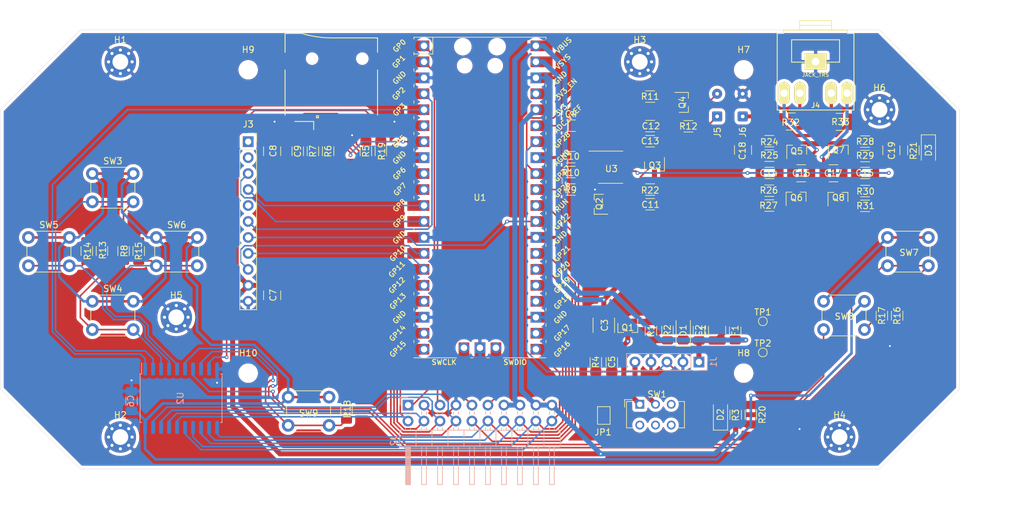
<source format=kicad_pcb>
(kicad_pcb (version 20211014) (generator pcbnew)
  (layers (0 "F.Cu" signal) (31 "B.Cu" signal) (34 "B.Paste" user) (35 "F.Paste" user) (36 "B.SilkS" user "B.Silkscreen") (37 "F.SilkS" user "F.Silkscreen") (38 "B.Mask" user) (39 "F.Mask" user) (44 "Edge.Cuts" user))
  (net 0 "")
  (net 1 "/BMCINV+")
  (net 2 "GND")
  (net 3 "VSYS")
  (net 4 "Net-(C4-Pad1)")
  (net 5 "Net-(C5-Pad1)")
  (net 6 "VCOR")
  (net 7 "Net-(C10-Pad1)")
  (net 8 "Net-(C11-Pad1)")
  (net 9 "VBUS")
  (net 10 "/BMCMON")
  (net 11 "Net-(J2-Pad1)")
  (net 12 "Net-(J2-Pad5)")
  (net 13 "/PIN_BUS_WR")
  (net 14 "/PIN_LCD_SCK")
  (net 15 "/PIN_LCD_TX")
  (net 16 "/PIN_LCD_RESET")
  (net 17 "/PIN_LCD_DC")
  (net 18 "/PIN_LCD_RX")
  (net 19 "/PIN_LCD_CS")
  (net 20 "/PIN_SDC_RX")
  (net 21 "/PIN_SDC_SCK")
  (net 22 "/PIN_SDC_TX")
  (net 23 "/PIN_SDC_CS")
  (net 24 "Net-(Q1-Pad1)")
  (net 25 "Net-(Q2-Pad1)")
  (net 26 "Net-(R4-Pad2)")
  (net 27 "Net-(D2-Pad2)")
  (net 28 "/BMCOUTV+")
  (net 29 "Net-(Q1-Pad3)")
  (net 30 "Net-(R5-Pad2)")
  (net 31 "Net-(R7-Pad2)")
  (net 32 "Net-(J2-Pad9)")
  (net 33 "Net-(J2-Pad11)")
  (net 34 "/PIN_BUS_D3")
  (net 35 "/PIN_BUS_D2")
  (net 36 "/PIN_BUS_D1")
  (net 37 "/PIN_BUS_D0")
  (net 38 "/KB_READ")
  (net 39 "/PIN_BUS_D7")
  (net 40 "/PIN_BUS_D6")
  (net 41 "/PIN_BUS_D5")
  (net 42 "/PIN_BUS_D4")
  (net 43 "Net-(J5-Pad2)")
  (net 44 "Net-(R8-Pad1)")
  (net 45 "Net-(J5-Pad1)")
  (net 46 "Net-(R13-Pad1)")
  (net 47 "Net-(R14-Pad1)")
  (net 48 "Net-(R15-Pad1)")
  (net 49 "Net-(R16-Pad1)")
  (net 50 "Net-(R17-Pad1)")
  (net 51 "Net-(R18-Pad1)")
  (net 52 "Net-(R19-Pad2)")
  (net 53 "/SND_L")
  (net 54 "/KB_CS")
  (net 55 "/SND_LFO")
  (net 56 "/VLP")
  (net 57 "Net-(C14-Pad1)")
  (net 58 "Net-(C14-Pad2)")
  (net 59 "Net-(C15-Pad2)")
  (net 60 "Net-(C16-Pad2)")
  (net 61 "Net-(C16-Pad1)")
  (net 62 "Net-(C17-Pad1)")
  (net 63 "Net-(C17-Pad2)")
  (net 64 "Net-(J4-Pad4)")
  (net 65 "Net-(J4-Pad5)")
  (net 66 "Net-(Q4-Pad1)")
  (net 67 "Net-(Q5-Pad1)")
  (net 68 "Net-(Q6-Pad1)")
  (net 69 "Net-(Q7-Pad1)")
  (net 70 "Net-(Q8-Pad1)")
  (net 71 "Net-(J6-Pad1)")
  (net 72 "Net-(U1-Pad37)")
  (net 73 "/VAMP")
  (net 74 "Net-(D3-Pad2)")
  (footprint "components:Conn_uSDcard" (layer "F.Cu") (at 102.578 54.572 180)
    (fp_text reference "XS1")
    (fp_text value "uSD")
  )
  (footprint "Resistor_SMD:R_1206_3216Metric_Pad1.30x1.75mm_HandSolder" (layer "F.Cu") (at 195.0848 69.1516 -90)
    (fp_text reference "R21")
    (fp_text value "1.2K")
  )
  (footprint "Button_Switch_THT:SW_PUSH_6mm_H4.3mm" (layer "F.Cu") (at 64.605 93.18)
    (fp_text reference "SW4")
    (fp_text value "D")
  )
  (footprint "Button_Switch_THT:SW_PUSH_6mm_H4.3mm" (layer "F.Cu") (at 64.605 72.86)
    (fp_text reference "SW3")
    (fp_text value "U")
  )
  (footprint "Resistor_SMD:R_1210_3225Metric" (layer "F.Cu") (at 175.5776 64.5796 180)
    (fp_text reference "R32")
    (fp_text value "0.25")
  )
  (footprint "Resistor_SMD:R_1206_3216Metric_Pad1.30x1.75mm_HandSolder" (layer "F.Cu") (at 187.414 75.6413)
    (fp_text reference "R30")
    (fp_text value "560")
  )
  (footprint "Resistor_SMD:R_1206_3216Metric_Pad1.30x1.75mm_HandSolder" (layer "F.Cu") (at 187.414 70.066 180)
    (fp_text reference "R29")
    (fp_text value "560")
  )
  (footprint "TestPoint:TestPoint_Pad_D1.0mm" (layer "F.Cu") (at 171.158 101.308)
    (fp_text reference "TP2")
    (fp_text value "Battery Voltage")
  )
  (footprint "Capacitor_SMD:C_1210_3225Metric_Pad1.33x2.70mm_HandSolder" (layer "F.Cu") (at 182.3848 72.8092 180)
    (fp_text reference "C17")
    (fp_text value "10µ")
  )
  (footprint "Resistor_SMD:R_1206_3216Metric_Pad1.30x1.75mm_HandSolder" (layer "F.Cu") (at 187.414 77.9908)
    (fp_text reference "R31")
    (fp_text value "1K")
  )
  (footprint "Resistor_SMD:R_1206_3216Metric_Pad1.30x1.75mm_HandSolder" (layer "F.Cu") (at 63.716 85.179 90)
    (fp_text reference "R14")
    (fp_text value "47K")
  )
  (footprint "Package_TO_SOT_SMD:SOT-23" (layer "F.Cu") (at 176.5428 69.1008 90)
    (fp_text reference "Q5")
    (fp_text value "BC848")
  )
  (footprint "Package_TO_SOT_SMD:SOT-23" (layer "F.Cu") (at 176.4412 76.5684 90)
    (fp_text reference "Q6")
    (fp_text value "BC858")
  )
  (footprint "Resistor_SMD:R_1206_3216Metric_Pad1.30x1.75mm_HandSolder" (layer "F.Cu") (at 192.494 95.466 -90)
    (fp_text reference "R16")
    (fp_text value "47K")
  )
  (footprint "Resistor_SMD:R_1206_3216Metric_Pad1.30x1.75mm_HandSolder" (layer "F.Cu") (at 69.558 85.179 -90)
    (fp_text reference "R8")
    (fp_text value "47K")
  )
  (footprint "Resistor_SMD:R_1206_3216Metric_Pad1.30x1.75mm_HandSolder" (layer "F.Cu") (at 66.129 85.179 90)
    (fp_text reference "R13")
    (fp_text value "47K")
  )
  (footprint "Resistor_SMD:R_1206_3216Metric_Pad1.30x1.75mm_HandSolder" (layer "F.Cu") (at 71.971 85.179 90)
    (fp_text reference "R15")
    (fp_text value "47K")
  )
  (footprint "Capacitor_SMD:C_1210_3225Metric_Pad1.33x2.70mm_HandSolder" (layer "F.Cu") (at 191.5796 69.1516 -90)
    (fp_text reference "C19")
    (fp_text value "47µ")
  )
  (footprint "Resistor_SMD:R_1206_3216Metric_Pad1.30x1.75mm_HandSolder" (layer "F.Cu") (at 190.081 95.466 -90)
    (fp_text reference "R17")
    (fp_text value "47K")
  )
  (footprint "Package_TO_SOT_SMD:SOT-23" (layer "F.Cu") (at 183.096 76.6192 90)
    (fp_text reference "Q8")
    (fp_text value "BC858")
  )
  (footprint "Package_TO_SOT_SMD:SOT-23" (layer "F.Cu") (at 183.1468 69.1008 90)
    (fp_text reference "Q7")
    (fp_text value "BC848")
  )
  (footprint "Resistor_SMD:R_1206_3216Metric_Pad1.30x1.75mm_HandSolder" (layer "F.Cu") (at 104.991 110.452 90)
    (fp_text reference "R18")
    (fp_text value "47K")
  )
  (footprint "Connector_Wire:SolderWire-0.1sqmm_1x02_P3.6mm_D0.4mm_OD1mm" (layer "F.Cu") (at 163.8936 63.7668 90)
    (fp_text reference "J5")
    (fp_text value "MOTOR")
  )
  (footprint "Resistor_SMD:R_1206_3216Metric_Pad1.30x1.75mm_HandSolder" (layer "F.Cu") (at 110.452 69.304 90)
    (fp_text reference "R19")
    (fp_text value "47K")
  )
  (footprint "Resistor_SMD:R_1206_3216Metric_Pad1.30x1.75mm_HandSolder" (layer "F.Cu") (at 169.253 111.214 -90)
    (fp_text reference "R20")
    (fp_text value "0R")
  )
  (footprint "LED_SMD:LED_1206_3216Metric_Pad1.42x1.75mm_HandSolder" (layer "F.Cu") (at 197.4724 69.1516 -90)
    (fp_text reference "D3")
    (fp_text value "LED")
  )
  (footprint "Capacitor_SMD:C_1206_3216Metric_Pad1.33x1.80mm_HandSolder" (layer "F.Cu") (at 153.251 77.7368)
    (fp_text reference "C11")
    (fp_text value "1µ")
  )
  (footprint "Capacitor_SMD:C_1206_3216Metric_Pad1.33x1.80mm_HandSolder" (layer "F.Cu") (at 140.6145 70.2565 180)
    (fp_text reference "C10")
    (fp_text value "10n")
  )
  (footprint "components:Tayda_3.5mm_stereo_TRS_jack_A-853" (layer "F.Cu") (at 179.54 56.6548)
    (fp_text reference "J4")
    (fp_text value "JACK_TRS")
  )
  (footprint "Package_TO_SOT_SMD:SOT-23" (layer "F.Cu") (at 153.9368 71.6916 -90)
    (fp_text reference "Q3")
    (fp_text value "IRLML6402")
  )
  (footprint "RPi_Pico:RPi_Pico_SMD_TH" (layer "F.Cu") (at 126.2 76.67)
    (fp_text reference "U1")
    (fp_text value "Pico")
  )
  (footprint "Resistor_SMD:R_1206_3216Metric_Pad1.30x1.75mm_HandSolder" (layer "F.Cu") (at 172.1867 75.5905 180)
    (fp_text reference "R26")
    (fp_text value "560")
  )
  (footprint "Package_TO_SOT_SMD:SOT-23" (layer "F.Cu") (at 149.695 97.371 -90)
    (fp_text reference "Q1")
    (fp_text value "IRLML6402")
  )
  (footprint "Resistor_SMD:R_1206_3216Metric_Pad1.30x1.75mm_HandSolder" (layer "F.Cu") (at 159.3216 65.3416)
    (fp_text reference "R12")
    (fp_text value "47")
  )
  (footprint "LED_SMD:LED_1206_3216Metric_Pad1.42x1.75mm_HandSolder" (layer "F.Cu") (at 164.427 111.214 90)
    (fp_text reference "D2")
    (fp_text value "LED")
  )
  (footprint "MountingHole:MountingHole_2.1mm" (layer "F.Cu") (at 168.11 56.35)
    (fp_text reference "H7")
    (fp_text value "MountingHole")
  )
  (footprint "MountingHole:MountingHole_2.5mm_Pad_Via" (layer "F.Cu") (at 189.7 62.7)
    (fp_text reference "H6")
    (fp_text value "MountingHole_Pad")
  )
  (footprint "Resistor_SMD:R_1206_3216Metric_Pad1.30x1.75mm_HandSolder" (layer "F.Cu") (at 102.07 69.304 90)
    (fp_text reference "R6")
    (fp_text value "100K")
  )
  (footprint "Resistor_SMD:R_1210_3225Metric" (layer "F.Cu") (at 183.5024 64.6304)
    (fp_text reference "R33")
    (fp_text value "0.25")
  )
  (footprint "Button_Switch_THT:SW_PUSH_6mm_H4.3mm" (layer "F.Cu") (at 190.97 83.02)
    (fp_text reference "SW7")
    (fp_text value "B")
  )
  (footprint "Resistor_SMD:R_1206_3216Metric_Pad1.30x1.75mm_HandSolder" (layer "F.Cu") (at 166.84 111.214 90)
    (fp_text reference "R3")
    (fp_text value "1.2K")
  )
  (footprint "Capacitor_SMD:C_1206_3216Metric_Pad1.33x1.80mm_HandSolder" (layer "F.Cu") (at 187.414 72.7584 180)
    (fp_text reference "C15")
    (fp_text value "1µ")
  )
  (footprint "Resistor_SMD:R_1206_3216Metric_Pad1.30x1.75mm_HandSolder" (layer "F.Cu") (at 153.251 75.4)
    (fp_text reference "R22")
    (fp_text value "100K")
  )
  (footprint "MountingHole:MountingHole_2.5mm_Pad_Via" (layer "F.Cu") (at 69.05 55.08)
    (fp_text reference "H1")
    (fp_text value "MountingHole_Pad")
  )
  (footprint "Capacitor_SMD:C_1206_3216Metric_Pad1.33x1.80mm_HandSolder" (layer "F.Cu") (at 147.155 102.832 90)
    (fp_text reference "C5")
    (fp_text value "100n")
  )
  (footprint "Resistor_SMD:R_1206_3216Metric_Pad1.30x1.75mm_HandSolder" (layer "F.Cu") (at 108.078 69.304 90)
    (fp_text reference "R5")
    (fp_text value "100K")
  )
  (footprint "Diode_SMD:D_1206_3216Metric_Pad1.42x1.75mm_HandSolder" (layer "F.Cu") (at 158.504 97.846 90)
    (fp_text reference "D1")
    (fp_text value "5.6V")
  )
  (footprint "Resistor_SMD:R_1206_3216Metric_Pad1.30x1.75mm_HandSolder" (layer "F.Cu") (at 153.251 60.6045 180)
    (fp_text reference "R11")
    (fp_text value "10K")
  )
  (footprint "Capacitor_SMD:C_1206_3216Metric_Pad1.33x1.80mm_HandSolder" (layer "F.Cu") (at 153.251 67.7165)
    (fp_text reference "C13")
    (fp_text value "100n")
  )
  (footprint "Fuse:Fuse_1206_3216Metric_Pad1.42x1.75mm_HandSolder" (layer "F.Cu") (at 166.766 97.846 -90)
    (fp_text reference "F1")
    (fp_text value "Polyfuse")
  )
  (footprint "MountingHole:MountingHole_2.1mm" (layer "F.Cu") (at 168.11 104.61)
    (fp_text reference "H8")
    (fp_text value "MountingHole")
  )
  (footprint "Connector_Wire:SolderWire-0.1sqmm_1x02_P3.6mm_D0.4mm_OD1mm" (layer "F.Cu") (at 167.9576 63.7668 90)
    (fp_text reference "J6")
    (fp_text value "SPEAKER")
  )
  (footprint "Button_Switch_THT:SW_CuK_JS202011CQN_DPDT_Straight" (layer "F.Cu") (at 151.6 109.563)
    (fp_text reference "SW1")
    (fp_text value "KlunkenSwitch")
  )
  (footprint "Connector_PinSocket_2.54mm:PinSocket_1x11_P2.54mm_Vertical" (layer "F.Cu") (at 89.37 67.78)
    (fp_text reference "J3")
    (fp_text value "2.8'' TFT LCD")
  )
  (footprint "Button_Switch_THT:SW_PUSH_6mm_H4.3mm" (layer "F.Cu") (at 74.765 83.02)
    (fp_text reference "SW6")
    (fp_text value "R")
  )
  (footprint "MountingHole:MountingHole_2.1mm" (layer "F.Cu") (at 89.37 56.35)
    (fp_text reference "H9")
    (fp_text value "MountingHole")
  )
  (footprint "Resistor_SMD:R_1206_3216Metric_Pad1.30x1.75mm_HandSolder" (layer "F.Cu") (at 153.378 97.879 90)
    (fp_text reference "R1")
    (fp_text value "10K")
  )
  (footprint "Button_Switch_THT:SW_PUSH_6mm_H4.3mm" (layer "F.Cu") (at 95.72 108.42)
    (fp_text reference "SW9")
    (fp_text value "SELECT")
  )
  (footprint "TestPoint:TestPoint_Pad_D1.0mm" (layer "F.Cu") (at 171.158 96.355)
    (fp_text reference "TP1")
    (fp_text value "USB Power")
  )
  (footprint "Package_SO:SOIC-8_3.9x4.9mm_P1.27mm" (layer "F.Cu") (at 146.9645 71.844)
    (fp_text reference "U3")
    (fp_text value "MCP601-xSN")
  )
  (footprint "Resistor_SMD:R_1206_3216Metric_Pad1.30x1.75mm_HandSolder" (layer "F.Cu") (at 172.1867 77.94 180)
    (fp_text reference "R27")
    (fp_text value "1K")
  )
  (footprint "Capacitor_SMD:C_1210_3225Metric_Pad1.33x2.70mm_HandSolder" (layer "F.Cu") (at 93.18 92.2148 -90)
    (fp_text reference "C7")
    (fp_text value "10µ")
  )
  (footprint "Capacitor_SMD:C_1812_4532Metric_Pad1.57x3.40mm_HandSolder" (layer "F.Cu") (at 145.885 96.99 -90)
    (fp_text reference "C3")
    (fp_text value "100µ")
  )
  (footprint "Capacitor_SMD:C_1206_3216Metric_Pad1.33x1.80mm_HandSolder" (layer "F.Cu") (at 153.251 65.3035)
    (fp_text reference "C12")
    (fp_text value "1µ")
  )
  (footprint "MountingHole:MountingHole_2.5mm_Pad_Via" (layer "F.Cu") (at 183.35 114.77)
    (fp_text reference "H4")
    (fp_text value "MountingHole_Pad")
  )
  (footprint "Resistor_SMD:R_1206_3216Metric_Pad1.30x1.75mm_HandSolder" (layer "F.Cu") (at 187.414 67.7673 180)
    (fp_text reference "R28")
    (fp_text value "1K")
  )
  (footprint "Resistor_SMD:R_1206_3216Metric_Pad1.30x1.75mm_HandSolder" (layer "F.Cu") (at 140.6145 75.4)
    (fp_text reference "R9")
    (fp_text value "10K")
  )
  (footprint "Capacitor_SMD:C_1210_3225Metric_Pad1.33x2.70mm_HandSolder" (layer "F.Cu") (at 93.18 69.304 -90)
    (fp_text reference "C8")
    (fp_text value "10µ")
  )
  (footprint "Jumper:SolderJumper-2_P1.3mm_Open_Pad1.0x1.5mm" (layer "F.Cu") (at 145.885 111.341 90)
    (fp_text reference "JP1")
    (fp_text value "RESET")
  )
  (footprint "MountingHole:MountingHole_2.5mm_Pad_Via" (layer "F.Cu") (at 77.94 95.72)
    (fp_text reference "H5")
    (fp_text value "MountingHole_Pad")
  )
  (footprint "Capacitor_SMD:C_1206_3216Metric_Pad1.33x1.80mm_HandSolder" (layer "F.Cu") (at 172.2248 72.7584)
    (fp_text reference "C14")
    (fp_text value "1µ")
  )
  (footprint "Capacitor_SMD:C_1206_3216Metric_Pad1.33x1.80mm_HandSolder" (layer "F.Cu") (at 140.678 65.24)
    (fp_text reference "C4")
    (fp_text value "100n")
  )
  (footprint "Resistor_SMD:R_1206_3216Metric_Pad1.30x1.75mm_HandSolder" (layer "F.Cu") (at 172.1867 70.0152)
    (fp_text reference "R25")
    (fp_text value "560")
  )
  (footprint "Resistor_SMD:R_1206_3216Metric_Pad1.30x1.75mm_HandSolder" (layer "F.Cu") (at 140.6145 72.606)
    (fp_text reference "R10")
    (fp_text value "2K")
  )
  (footprint "MountingHole:MountingHole_2.5mm_Pad_Via" (layer "F.Cu") (at 69.05 114.77)
    (fp_text reference "H2")
    (fp_text value "MountingHole_Pad")
  )
  (footprint "MountingHole:MountingHole_2.5mm_Pad_Via" (layer "F.Cu") (at 151.6 55.08)
    (fp_text reference "H3")
    (fp_text value "MountingHole_Pad")
  )
  (footprint "Resistor_SMD:R_1206_3216Metric_Pad1.30x1.75mm_HandSolder" (layer "F.Cu") (at 144.615 102.832 90)
    (fp_text reference "R4")
    (fp_text value "1K")
  )
  (footprint "Capacitor_SMD:C_1210_3225Metric_Pad1.33x2.70mm_HandSolder" (layer "F.Cu") (at 163.8936 97.8536 90)
    (fp_text reference "C1")
    (fp_text value "10µ")
  )
  (footprint "Resistor_SMD:R_1206_3216Metric_Pad1.30x1.75mm_HandSolder" (layer "F.Cu") (at 156.004 97.846 90)
    (fp_text reference "R2")
    (fp_text value "10K")
  )
  (footprint "Capacitor_SMD:C_1206_3216Metric_Pad1.33x1.80mm_HandSolder" (layer "F.Cu") (at 161.004 97.846 -90)
    (fp_text reference "C2")
    (fp_text value "100n")
  )
  (footprint "Package_TO_SOT_SMD:SOT-23" (layer "F.Cu") (at 145.123 77.7368 180)
    (fp_text reference "Q2")
    (fp_text value "IRLML2502")
  )
  (footprint "Package_TO_SOT_SMD:SOT-23" (layer "F.Cu") (at 158.5596 61.5316)
    (fp_text reference "Q4")
    (fp_text value "IRLML2502")
  )
  (footprint "Resistor_SMD:R_1206_3216Metric_Pad1.30x1.75mm_HandSolder" (layer "F.Cu") (at 172.1867 67.7165)
    (fp_text reference "R24")
    (fp_text value "1K")
  )
  (footprint "MountingHole:MountingHole_2.1mm" (layer "F.Cu") (at 89.37 104.61)
    (fp_text reference "H10")
    (fp_text value "MountingHole")
  )
  (footprint "Resistor_SMD:R_1206_3216Metric_Pad1.30x1.75mm_HandSolder" (layer "F.Cu") (at 99.657 69.304 90)
    (fp_text reference "R7")
    (fp_text value "100K")
  )
  (footprint "Button_Switch_THT:SW_PUSH_6mm_H4.3mm" (layer "F.Cu") (at 180.81 93.18)
    (fp_text reference "SW8")
    (fp_text value "A")
  )
  (footprint "Capacitor_SMD:C_1210_3225Metric_Pad1.33x2.70mm_HandSolder" (layer "F.Cu") (at 177.254 72.8092)
    (fp_text reference "C16")
    (fp_text value "10µ")
  )
  (footprint "Button_Switch_THT:SW_PUSH_6mm_H4.3mm" (layer "F.Cu") (at 54.445 83.02)
    (fp_text reference "SW5")
    (fp_text value "L")
  )
  (footprint "Capacitor_SMD:C_1206_3216Metric_Pad1.33x1.80mm_HandSolder" (layer "F.Cu") (at 97.244 69.304 -90)
    (fp_text reference "C9")
    (fp_text value "100n")
  )
  (footprint "Capacitor_SMD:C_1210_3225Metric_Pad1.33x2.70mm_HandSolder" (layer "F.Cu") (at 168.0084 69.1008 -90)
    (fp_text reference "C18")
    (fp_text value "47µ")
  )
  (footprint "Connector_PinHeader_2.54mm:PinHeader_2x10_P2.54mm_Horizontal" (layer "B.Cu") (at 114.77 109.69 -90)
    (fp_text reference "J2")
    (fp_text value "EXPANSION")
  )
  (footprint "Capacitor_SMD:C_1206_3216Metric_Pad1.33x1.80mm_HandSolder" (layer "B.Cu") (at 70.828 109.055 90)
    (fp_text reference "C6")
    (fp_text value "100n")
  )
  (footprint "Connector_PinHeader_2.54mm:PinHeader_1x05_P2.54mm_Vertical" (layer "B.Cu") (at 160.998 102.832 90)
    (fp_text reference "J1")
    (fp_text value "BMC")
  )
  (footprint "Package_SO:SOIC-20W_7.5x12.8mm_P1.27mm" (layer "B.Cu") (at 78.702 108.596 -90)
    (fp_text reference "U2")
    (fp_text value "74LS573")
  )
  (gr_line (start 62.7 50) (end 189.7 50) (layer "Edge.Cuts") (width 0.05))
  (gr_line (start 189.7 119.85) (end 62.7 119.85) (layer "Edge.Cuts") (width 0.05))
  (gr_line (start 50 107.15) (end 62.7 119.85) (layer "Edge.Cuts") (width 0.05))
  (gr_line (start 50 62.7) (end 62.7 50) (layer "Edge.Cuts") (width 0.05))
  (gr_line (start 189.7 50) (end 202.4 62.7) (layer "Edge.Cuts") (width 0.05))
  (gr_line (start 189.7 119.85) (end 202.4 107.15) (layer "Edge.Cuts") (width 0.05))
  (gr_line (start 50 107.15) (end 50 62.7) (layer "Edge.Cuts") (width 0.05))
  (gr_line (start 202.4 107.15) (end 202.4 62.7) (layer "Edge.Cuts") (width 0.05))
  (segment (start 153.091998 114.262002) (end 153.092 114.262) (width 0.25) (layer "F.Cu") (net 0))
  (segment (start 153.378 99.429) (end 155.971 99.429) (width 0.8) (layer "F.Cu") (net 1))
  (segment (start 155.971 99.429) (end 156.004 99.396) (width 0.8) (layer "F.Cu") (net 1))
  (segment (start 160.998 102.832) (end 160.998 99.4145) (width 0.8) (layer "F.Cu") (net 1))
  (segment (start 163.8936 99.4161) (end 163.8936 99.2309) (width 0.8) (layer "F.Cu") (net 1))
  (segment (start 163.8936 99.2309) (end 166.766 96.3585) (width 0.8) (layer "F.Cu") (net 1))
  (segment (start 161.004 99.4085) (end 163.886 99.4085) (width 0.8) (layer "F.Cu") (net 1))
  (segment (start 158.579 99.4085) (end 158.504 99.3335) (width 0.8) (layer "F.Cu") (net 1))
  (segment (start 160.998 99.4145) (end 161.004 99.4085) (width 0.8) (layer "F.Cu") (net 1))
  (segment (start 158.504 99.3335) (end 156.0665 99.3335) (width 0.8) (layer "F.Cu") (net 1))
  (segment (start 156.0665 99.3335) (end 156.004 99.396) (width 0.8) (layer "F.Cu") (net 1))
  (segment (start 163.886 99.4085) (end 163.8936 99.4161) (width 0.8) (layer "F.Cu") (net 1))
  (segment (start 163.411 99.4415) (end 163.683 99.4415) (width 0.8) (layer "F.Cu") (net 1))
  (segment (start 163.378 99.4085) (end 163.411 99.4415) (width 0.8) (layer "F.Cu") (net 1))
  (segment (start 166.766 96.3585) (end 171.1545 96.3585) (width 0.25) (layer "F.Cu") (net 1))
  (segment (start 171.1545 96.3585) (end 171.158 96.355) (width 0.8) (layer "F.Cu") (net 1))
  (segment (start 161.004 99.4085) (end 158.579 99.4085) (width 0.8) (layer "F.Cu") (net 1))
  (segment (start 122.39 109.69) (end 121.077001 111.002999) (width 0.254) (layer "F.Cu") (net 2))
  (segment (start 121.077001 111.002999) (end 118.622999 111.002999) (width 0.254) (layer "F.Cu") (net 2))
  (segment (start 118.622999 111.002999) (end 117.31 109.69) (width 0.254) (layer "F.Cu") (net 2))
  (segment (start 105.88 66.764) (end 105.88 65.074) (width 0.4) (layer "F.Cu") (net 2))
  (segment (start 105.88 65.074) (end 105.878 65.072) (width 0.4) (layer "F.Cu") (net 2))
  (via (at 84.417 106.134) (size 0.6) (drill 0.3) (layers "F.Cu" "B.Cu") (net 2))
  (via (at 70.828 105.753) (size 0.6) (drill 0.3) (layers "F.Cu" "B.Cu") (net 2))
  (via (at 144.4895 75.4) (size 0.6) (drill 0.3) (layers "F.Cu" "B.Cu") (net 2))
  (via (at 191.351 100.292) (size 0.6) (drill 0.3) (layers "F.Cu" "B.Cu") (net 2))
  (via (at 177 113.5) (size 0.6) (drill 0.3) (layers "F.Cu" "B.Cu") (net 2))
  (via (at 112.611 64.605) (size 0.6) (drill 0.3) (layers "F.Cu" "B.Cu") (net 2))
  (via (at 105.88 66.764) (size 0.6) (drill 0.3) (layers "F.Cu" "B.Cu") (net 2))
  (via (at 93.561 64.605) (size 0.6) (drill 0.3) (layers "F.Cu" "B.Cu") (net 2))
  (segment (start 145.885 94.8525) (end 145.885 92.926) (width 0.8) (layer "F.Cu") (net 3))
  (segment (start 145.885 94.8525) (end 147.2265 94.8525) (width 0.8) (layer "F.Cu") (net 3))
  (segment (start 147.2265 94.8525) (end 148.745 96.371) (width 0.8) (layer "F.Cu") (net 3))
  (segment (start 154.801 77.7243) (end 154.8135 77.7368) (width 0.8) (layer "F.Cu") (net 3))
  (segment (start 154.8135 78.1305) (end 154.8135 83.9975) (width 0.8) (layer "F.Cu") (net 3))
  (segment (start 154.8135 83.9975) (end 145.885 92.926) (width 0.8) (layer "F.Cu") (net 3))
  (segment (start 153.9368 72.6916) (end 153.9368 74.5358) (width 0.8) (layer "F.Cu") (net 3))
  (segment (start 153.9368 74.5358) (end 154.801 75.4) (width 0.8) (layer "F.Cu") (net 3))
  (segment (start 154.801 75.4) (end 154.801 77.7243) (width 0.8) (layer "F.Cu") (net 3))
  (via (at 145.885 92.926) (size 0.6) (drill 0.3) (layers "F.Cu" "B.Cu") (net 3))
  (segment (start 138.646 57.433919) (end 136.292081 55.08) (width 0.8) (layer "B.Cu") (net 3))
  (segment (start 136.292081 55.08) (end 135.09 55.08) (width 0.8) (layer "B.Cu") (net 3))
  (segment (start 141.694 92.926) (end 138.646 89.878) (width 0.8) (layer "B.Cu") (net 3))
  (segment (start 138.646 89.878) (end 138.646 57.433919) (width 0.8) (layer "B.Cu") (net 3))
  (segment (start 145.885 92.926) (end 141.694 92.926) (width 0.8) (layer "B.Cu") (net 3))
  (segment (start 135.09 65.24) (end 139.1155 65.24) (width 0.25) (layer "F.Cu") (net 4))
  (segment (start 144.615 104.382) (end 144.615 109.421) (width 0.25) (layer "F.Cu") (net 5))
  (segment (start 144.615 109.421) (end 145.885 110.691) (width 0.25) (layer "F.Cu") (net 5))
  (segment (start 144.615 104.382) (end 147.1425 104.382) (width 0.25) (layer "F.Cu") (net 5))
  (segment (start 147.1425 104.382) (end 147.155 104.3945) (width 0.25) (layer "F.Cu") (net 5))
  (segment (start 88.785998 65.494) (end 87.465 66.814998) (width 0.8) (layer "F.Cu") (net 6))
  (segment (start 87.465 66.814998) (end 87.465 88.735) (width 0.8) (layer "F.Cu") (net 6))
  (segment (start 87.465 88.735) (end 89.37 90.64) (width 0.8) (layer "F.Cu") (net 6))
  (segment (start 94.417043 117.437) (end 138.773 117.437) (width 0.8) (layer "F.Cu") (net 6))
  (segment (start 166.84 112.764) (end 169.253 112.764) (width 0.8) (layer "F.Cu") (net 6))
  (segment (start 108.078 70.854) (end 110.452 70.854) (width 0.8) (layer "F.Cu") (net 6))
  (segment (start 166.84 112.764) (end 166.84 114.135) (width 0.8) (layer "F.Cu") (net 6))
  (segment (start 103.678 65.072) (end 103.678 63.851998) (width 0.8) (layer "F.Cu") (net 6))
  (segment (start 90.9325 65.494) (end 93.18 67.7415) (width 0.8) (layer "F.Cu") (net 6))
  (segment (start 103.678 63.851998) (end 103.415002 63.589) (width 0.8) (layer "F.Cu") (net 6))
  (segment (start 89.37 90.64) (end 93.1677 90.64) (width 0.8) (layer "F.Cu") (net 6))
  (segment (start 93.1677 90.64) (end 93.18 90.6523) (width 0.8) (layer "F.Cu") (net 6))
  (segment (start 88.785998 65.494) (end 90.9325 65.494) (width 0.8) (layer "F.Cu") (net 6))
  (segment (start 138.773 117.437) (end 145.4024 117.437) (width 0.8) (layer "F.Cu") (net 6))
  (segment (start 86.895999 93.114001) (end 89.37 90.64) (width 0.8) (layer "F.Cu") (net 6))
  (segment (start 86.895999 109.915956) (end 86.895999 93.114001) (width 0.8) (layer "F.Cu") (net 6))
  (segment (start 94.417043 117.437) (end 86.895999 109.915956) (width 0.8) (layer "F.Cu") (net 6))
  (segment (start 108.078 70.854) (end 108.042999 70.889001) (width 0.8) (layer "F.Cu") (net 6))
  (segment (start 108.042999 70.889001) (end 102.105001 70.889001) (width 0.8) (layer "F.Cu") (net 6))
  (segment (start 97.244 67.7415) (end 97.244 68.441) (width 0.8) (layer "F.Cu") (net 6))
  (segment (start 97.244 68.441) (end 99.657 70.854) (width 0.8) (layer "F.Cu") (net 6))
  (segment (start 93.434 67.7415) (end 97.244 67.7415) (width 0.8) (layer "F.Cu") (net 6))
  (segment (start 102.105001 70.889001) (end 102.07 70.854) (width 0.8) (layer "F.Cu") (net 6))
  (segment (start 99.657 70.854) (end 102.07 70.854) (width 0.8) (layer "F.Cu") (net 6))
  (segment (start 98.387 63.589) (end 97.244 64.732) (width 0.8) (layer "F.Cu") (net 6))
  (segment (start 97.244 64.732) (end 97.244 67.7415) (width 0.8) (layer "F.Cu") (net 6))
  (segment (start 103.415002 63.589) (end 98.387 63.589) (width 0.8) (layer "F.Cu") (net 6))
  (via (at 166.84 114.135) (size 0.6) (drill 0.3) (layers "F.Cu" "B.Cu") (net 6))
  (via (at 145.4024 117.437) (size 0.6) (drill 0.3) (layers "F.Cu" "B.Cu") (net 6))
  (segment (start 135.09 109.69) (end 132.79099 107.39099) (width 0.8) (layer "B.Cu") (net 6))
  (segment (start 163.538 117.437) (end 166.84 114.135) (width 0.8) (layer "B.Cu") (net 6))
  (segment (start 132.79099 107.39099) (end 132.79099 64.99901) (width 0.8) (layer "B.Cu") (net 6))
  (segment (start 132.79099 64.99901) (end 135.09 62.7) (width 0.8) (layer "B.Cu") (net 6))
  (segment (start 135.09 109.69) (end 137.63 109.69) (width 0.8) (layer "B.Cu") (net 6))
  (segment (start 137.63 109.69) (end 145.377 117.437) (width 0.8) (layer "B.Cu") (net 6))
  (segment (start 145.377 117.437) (end 145.4024 117.437) (width 0.8) (layer "B.Cu") (net 6))
  (segment (start 145.4024 117.437) (end 163.538 117.437) (width 0.8) (layer "B.Cu") (net 6))
  (segment (start 142.1645 70.269) (end 142.177 70.2565) (width 0.25) (layer "F.Cu") (net 7))
  (segment (start 144.4895 72.479) (end 142.2915 72.479) (width 0.25) (layer "F.Cu") (net 7))
  (segment (start 142.2915 72.479) (end 142.1645 72.606) (width 0.25) (layer "F.Cu") (net 7))
  (segment (start 142.1645 72.606) (end 142.1645 70.269) (width 0.25) (layer "F.Cu") (net 7))
  (segment (start 151.701 75.4) (end 151.701 73.402398) (width 0.25) (layer "F.Cu") (net 8))
  (segment (start 144.123 77.7368) (end 151.6885 77.7368) (width 0.25) (layer "F.Cu") (net 8))
  (segment (start 151.6885 75.4125) (end 151.701 75.4) (width 0.25) (layer "F.Cu") (net 8))
  (segment (start 151.701 73.402398) (end 154.411798 70.6916) (width 0.25) (layer "F.Cu") (net 8))
  (segment (start 154.411798 70.6916) (end 154.8868 70.6916) (width 0.25) (layer "F.Cu") (net 8))
  (segment (start 151.6885 77.7368) (end 151.6885 75.4125) (width 0.25) (layer "F.Cu") (net 8))
  (segment (start 168.4335 99.3335) (end 166.766 99.3335) (width 0.8) (layer "F.Cu") (net 9))
  (via (at 168.4335 99.3335) (size 0.6) (drill 0.3) (layers "F.Cu" "B.Cu") (net 9))
  (segment (start 133.971936 52.54) (end 131.74098 54.770956) (width 0.8) (layer "B.Cu") (net 9))
  (segment (start 131.74098 54.770956) (end 131.74098 108.88098) (width 0.8) (layer "B.Cu") (net 9))
  (segment (start 131.74098 108.88098) (end 132.55 109.69) (width 0.8) (layer "B.Cu") (net 9))
  (segment (start 136.292081 52.54) (end 139.69601 55.943929) (width 0.8) (layer "B.Cu") (net 9))
  (segment (start 139.69601 55.943929) (end 139.69601 89.443072) (width 0.8) (layer "B.Cu") (net 9))
  (segment (start 139.69601 89.443072) (end 142.128928 91.87599) (width 0.8) (layer "B.Cu") (net 9))
  (segment (start 130.01 109.69) (end 132.55 109.69) (width 0.8) (layer "B.Cu") (net 9))
  (segment (start 142.128928 91.87599) (end 147.37499 91.87599) (width 0.8) (layer "B.Cu") (net 9))
  (segment (start 135.09 52.54) (end 136.292081 52.54) (width 0.8) (layer "B.Cu") (net 9))
  (segment (start 147.37499 91.87599) (end 154.8325 99.3335) (width 0.8) (layer "B.Cu") (net 9))
  (segment (start 154.8325 99.3335) (end 168.4335 99.3335) (width 0.8) (layer "B.Cu") (net 9))
  (segment (start 135.09 52.54) (end 133.971936 52.54) (width 0.8) (layer "B.Cu") (net 9))
  (segment (start 157.442 104.356) (end 164.3 104.356) (width 0.25) (layer "F.Cu") (net 10))
  (segment (start 155.918 102.832) (end 157.442 104.356) (width 0.25) (layer "F.Cu") (net 10))
  (segment (start 164.3 104.356) (end 167.348 101.308) (width 0.25) (layer "F.Cu") (net 10))
  (segment (start 167.348 101.308) (end 171.158 101.308) (width 0.25) (layer "F.Cu") (net 10))
  (segment (start 136.832998 104.356) (end 154.394 104.356) (width 0.25) (layer "B.Cu") (net 10))
  (segment (start 154.394 104.356) (end 155.918 102.832) (width 0.25) (layer "B.Cu") (net 10))
  (segment (start 133.566 101.089002) (end 136.832998 104.356) (width 0.25) (layer "B.Cu") (net 10))
  (segment (start 135.09 67.78) (end 133.566 69.304) (width 0.25) (layer "B.Cu") (net 10))
  (segment (start 133.566 69.304) (end 133.566 101.089002) (width 0.25) (layer "B.Cu") (net 10))
  (segment (start 115.496998 109.69) (end 118.961 106.225998) (width 0.25) (layer "F.Cu") (net 11))
  (segment (start 114.77 109.69) (end 115.496998 109.69) (width 0.25) (layer "F.Cu") (net 11))
  (segment (start 118.961 106.225998) (end 118.961 56.731) (width 0.25) (layer "F.Cu") (net 11))
  (segment (start 118.961 56.731) (end 117.31 55.08) (width 0.25) (layer "F.Cu") (net 11))
  (segment (start 117.31 52.54) (end 119.46101 54.69101) (width 0.25) (layer "F.Cu") (net 12))
  (segment (start 119.46101 54.69101) (end 119.46101 109.30101) (width 0.25) (layer "F.Cu") (net 12))
  (segment (start 119.46101 109.30101) (end 119.85 109.69) (width 0.25) (layer "F.Cu") (net 12))
  (segment (start 119.83402 109.67402) (end 119.85 109.69) (width 0.25) (layer "F.Cu") (net 12))
  (segment (start 135.09 85.56) (end 136.725002 85.56) (width 0.25) (layer "F.Cu") (net 13))
  (segment (start 141.355051 113.146431) (end 139.046441 115.455041) (width 0.25) (layer "F.Cu") (net 13))
  (segment (start 136.725002 85.56) (end 141.355051 90.190049) (width 0.25) (layer "F.Cu") (net 13))
  (segment (start 128.155041 115.455041) (end 124.93 112.23) (width 0.25) (layer "F.Cu") (net 13))
  (segment (start 141.355051 90.190049) (end 141.355051 113.146431) (width 0.25) (layer "F.Cu") (net 13))
  (segment (start 139.046441 115.455041) (end 128.155041 115.455041) (width 0.25) (layer "F.Cu") (net 13))
  (segment (start 115.674998 85.56) (end 117.31 85.56) (width 0.25) (layer "F.Cu") (net 14))
  (segment (start 89.37 88.1) (end 88.144999 86.874999) (width 0.25) (layer "B.Cu") (net 14))
  (segment (start 88.144999 86.874999) (end 88.144999 85.007001) (width 0.25) (layer "B.Cu") (net 14))
  (segment (start 88.144999 85.007001) (end 88.817001 84.334999) (width 0.25) (layer "B.Cu") (net 14))
  (segment (start 88.817001 84.334999) (end 114.882918 84.334999) (width 0.25) (layer "B.Cu") (net 14))
  (segment (start 116.107919 85.56) (end 117.31 85.56) (width 0.25) (layer "B.Cu") (net 14))
  (segment (start 114.882918 84.334999) (end 116.107919 85.56) (width 0.25) (layer "B.Cu") (net 14))
  (segment (start 117.31 88.1) (end 115.764998 88.1) (width 0.25) (layer "F.Cu") (net 15))
  (segment (start 89.37 85.56) (end 114.77 85.56) (width 0.25) (layer "B.Cu") (net 15))
  (segment (start 114.77 85.56) (end 117.31 88.1) (width 0.25) (layer "B.Cu") (net 15))
  (segment (start 130.518 80.48) (end 135.09 80.48) (width 0.25) (layer "F.Cu") (net 16))
  (segment (start 136.725002 80.48) (end 135.09 80.48) (width 0.25) (layer "F.Cu") (net 16))
  (via (at 130.518 80.48) (size 0.6) (drill 0.3) (layers "F.Cu" "B.Cu") (net 16))
  (segment (start 114.934998 83.02) (end 116.159999 84.245001) (width 0.25) (layer "B.Cu") (net 16))
  (segment (start 89.37 83.02) (end 114.934998 83.02) (width 0.25) (layer "B.Cu") (net 16))
  (segment (start 116.159999 84.245001) (end 126.752999 84.245001) (width 0.25) (layer "B.Cu") (net 16))
  (segment (start 126.752999 84.245001) (end 130.518 80.48) (width 0.25) (layer "B.Cu") (net 16))
  (segment (start 118.58 81.023002) (end 118.58 61.43) (width 0.25) (layer "B.Cu") (net 17))
  (segment (start 90.595001 81.705001) (end 117.898001 81.705001) (width 0.25) (layer "B.Cu") (net 17))
  (segment (start 117.898001 81.705001) (end 118.58 81.023002) (width 0.25) (layer "B.Cu") (net 17))
  (segment (start 89.37 80.48) (end 90.595001 81.705001) (width 0.25) (layer "B.Cu") (net 17))
  (segment (start 118.58 61.43) (end 117.31 60.16) (width 0.25) (layer "B.Cu") (net 17))
  (segment (start 117.31 77.94) (end 91.91 77.94) (width 0.25) (layer "B.Cu") (net 18))
  (segment (start 91.91 77.94) (end 89.37 75.4) (width 0.25) (layer "B.Cu") (net 18))
  (segment (start 88.781999 76.714999) (end 89.977879 76.714999) (width 0.25) (layer "B.Cu") (net 19))
  (segment (start 89.977879 76.714999) (end 93.74288 80.48) (width 0.25) (layer "B.Cu") (net 19))
  (segment (start 89.37 72.86) (end 88.144999 74.085001) (width 0.25) (layer "B.Cu") (net 19))
  (segment (start 88.144999 74.085001) (end 88.144999 76.077999) (width 0.25) (layer "B.Cu") (net 19))
  (segment (start 93.74288 80.48) (end 117.31 80.48) (width 0.25) (layer "B.Cu") (net 19))
  (segment (start 88.144999 76.077999) (end 88.781999 76.714999) (width 0.25) (layer "B.Cu") (net 19))
  (segment (start 106.978 65.072) (end 106.978 66.122) (width 0.25) (layer "F.Cu") (net 20))
  (segment (start 106.978 66.122) (end 106.5658 66.5342) (width 0.25) (layer "F.Cu") (net 20))
  (segment (start 106.5658 66.5342) (end 106.5658 68.1507) (width 0.25) (layer "F.Cu") (net 20))
  (segment (start 107.19411 68.77901) (end 111.94219 68.77901) (width 0.25) (layer "F.Cu") (net 20))
  (segment (start 111.94219 68.77901) (end 115.4812 65.24) (width 0.25) (layer "F.Cu") (net 20))
  (segment (start 115.4812 65.24) (end 117.31 65.24) (width 0.25) (layer "F.Cu") (net 20))
  (segment (start 117.31 65.24) (end 115.674998 65.24) (width 0.25) (layer "F.Cu") (net 20))
  (segment (start 106.5658 68.1507) (end 107.19411 68.77901) (width 0.25) (layer "F.Cu") (net 20))
  (segment (start 115.32796 72.86) (end 117.31 72.86) (width 0.25) (layer "F.Cu") (net 21))
  (segment (start 115.024 72.86) (end 117.31 72.86) (width 0.25) (layer "F.Cu") (net 21))
  (segment (start 111.97558 69.27902) (end 115.55656 72.86) (width 0.25) (layer "F.Cu") (net 21))
  (segment (start 115.55656 72.86) (end 117.31 72.86) (width 0.25) (layer "F.Cu") (net 21))
  (segment (start 104.778 65.072) (end 104.778 67.07002) (width 0.25) (layer "F.Cu") (net 21))
  (segment (start 104.778 67.07002) (end 106.987 69.27902) (width 0.25) (layer "F.Cu") (net 21))
  (segment (start 106.987 69.27902) (end 111.97558 69.27902) (width 0.25) (layer "F.Cu") (net 21))
  (segment (start 114.1858 73.910802) (end 115.674998 75.4) (width 0.25) (layer "F.Cu") (net 22))
  (segment (start 115.674998 75.4) (end 117.31 75.4) (width 0.25) (layer "F.Cu") (net 22))
  (segment (start 111.77604 69.7866) (end 114.1858 72.19636) (width 0.25) (layer "F.Cu") (net 22))
  (segment (start 106.567598 69.7866) (end 111.77604 69.7866) (width 0.25) (layer "F.Cu") (net 22))
  (segment (start 102.578 65.072) (end 102.578 65.797002) (width 0.25) (layer "F.Cu") (net 22))
  (segment (start 102.578 65.797002) (end 106.567598 69.7866) (width 0.25) (layer "F.Cu") (net 22))
  (segment (start 115.71388 75.4) (end 117.31 75.4) (width 0.25) (layer "F.Cu") (net 22))
  (segment (start 115.659 75.4) (end 117.31 75.4) (width 0.25) (layer "F.Cu") (net 22))
  (segment (start 114.1858 72.19636) (end 114.1858 73.910802) (width 0.25) (layer "F.Cu") (net 22))
  (segment (start 102.07 67.754) (end 103.827878 67.754) (width 0.25) (layer "F.Cu") (net 23))
  (segment (start 101.478 65.072) (end 101.478 67.162) (width 0.25) (layer "F.Cu") (net 23))
  (segment (start 101.478 67.162) (end 102.07 67.754) (width 0.25) (layer "F.Cu") (net 23))
  (segment (start 115.674998 67.78) (end 117.31 67.78) (width 0.25) (layer "F.Cu") (net 23))
  (segment (start 105.626 69.939) (end 105.626 69.552122) (width 0.25) (layer "F.Cu") (net 23))
  (segment (start 113.9826 67.78) (end 117.31 67.78) (width 0.25) (layer "F.Cu") (net 23))
  (segment (start 103.827878 67.754) (end 105.626 69.552122) (width 0.25) (layer "F.Cu") (net 23))
  (via (at 113.9826 67.78) (size 0.6) (drill 0.3) (layers "F.Cu" "B.Cu") (net 23))
  (via (at 105.626 69.939) (size 0.6) (drill 0.3) (layers "F.Cu" "B.Cu") (net 23))
  (segment (start 105.626 69.685) (end 107.531 67.78) (width 0.25) (layer "B.Cu") (net 23))
  (segment (start 107.531 67.78) (end 113.9826 67.78) (width 0.25) (layer "B.Cu") (net 23))
  (segment (start 105.626 69.939) (end 105.626 69.685) (width 0.25) (layer "B.Cu") (net 23))
  (segment (start 150.645 96.371) (end 153.336 96.371) (width 0.8) (layer "F.Cu") (net 24))
  (segment (start 153.336 96.371) (end 153.378 96.329) (width 0.8) (layer "F.Cu") (net 24))
  (segment (start 142.1645 75.4) (end 142.1645 77.798302) (width 0.8) (layer "F.Cu") (net 25))
  (segment (start 142.1645 77.798302) (end 143.152999 78.786801) (width 0.8) (layer "F.Cu") (net 25))
  (segment (start 143.152999 78.786801) (end 146.022999 78.786801) (width 0.8) (layer "F.Cu") (net 25))
  (segment (start 146.022999 78.786801) (end 146.123 78.6868) (width 0.8) (layer "F.Cu") (net 25))
  (segment (start 141.855061 83.070059) (end 141.855061 98.522061) (width 0.25) (layer "F.Cu") (net 26))
  (segment (start 141.855061 98.522061) (end 144.615 101.282) (width 0.25) (layer "F.Cu") (net 26))
  (segment (start 136.725002 77.94) (end 141.855061 83.070059) (width 0.25) (layer "F.Cu") (net 26))
  (segment (start 135.09 77.94) (end 136.725002 77.94) (width 0.25) (layer "F.Cu") (net 26))
  (segment (start 164.427 109.7265) (end 166.7775 109.7265) (width 0.25) (layer "F.Cu") (net 27))
  (segment (start 166.7775 109.7265) (end 166.84 109.664) (width 0.25) (layer "F.Cu") (net 27))
  (segment (start 150.838 102.832) (end 150.838 106.301) (width 0.8) (layer "F.Cu") (net 28))
  (segment (start 150.838 106.301) (end 154.1 109.563) (width 0.8) (layer "F.Cu") (net 28))
  (segment (start 149.06 100.165) (end 149.06 107.023) (width 0.8) (layer "F.Cu") (net 29))
  (segment (start 149.06 107.023) (end 151.6 109.563) (width 0.8) (layer "F.Cu") (net 29))
  (segment (start 149.695 99.53) (end 149.06 100.165) (width 0.8) (layer "F.Cu") (net 29))
  (segment (start 149.695 99.53) (end 149.695 98.371) (width 0.8) (layer "F.Cu") (net 29))
  (via (at 149.695 99.53) (size 0.6) (drill 0.3) (layers "F.Cu" "B.Cu") (net 29))
  (segment (start 108.078 65.072) (end 108.078 67.754) (width 0.25) (layer "F.Cu") (net 30))
  (segment (start 100.378 65.072) (end 100.378 67.033) (width 0.25) (layer "F.Cu") (net 31))
  (segment (start 100.378 67.033) (end 99.657 67.754) (width 0.25) (layer "F.Cu") (net 31))
  (segment (start 123.66 108.42) (end 124.93 109.69) (width 0.25) (layer "F.Cu") (net 32))
  (segment (start 123.66 100.57) (end 123.66 108.42) (width 0.25) (layer "F.Cu") (net 32))
  (segment (start 128.74 108.42) (end 127.47 109.69) (width 0.25) (layer "F.Cu") (net 33))
  (segment (start 128.74 100.57) (end 128.74 108.42) (width 0.25) (layer "F.Cu") (net 33))
  (segment (start 117.31 100.8) (end 113.544999 104.565001) (width 0.25) (layer "F.Cu") (net 34))
  (segment (start 113.544999 104.565001) (end 113.544999 111.004999) (width 0.25) (layer "F.Cu") (net 34))
  (segment (start 113.544999 111.004999) (end 114.77 112.23) (width 0.25) (layer "F.Cu") (net 34))
  (segment (start 114.084999 111.544999) (end 78.743001 111.544999) (width 0.25) (layer "B.Cu") (net 34))
  (segment (start 78.743001 111.544999) (end 78.067 112.221) (width 0.25) (layer "B.Cu") (net 34))
  (segment (start 78.067 112.221) (end 78.067 113.246) (width 0.25) (layer "B.Cu") (net 34))
  (segment (start 114.77 112.23) (end 114.084999 111.544999) (width 0.25) (layer "B.Cu") (net 34))
  (segment (start 117.31 98.26) (end 115.674998 98.26) (width 0.25) (layer "F.Cu") (net 35))
  (segment (start 116.084999 113.455001) (end 117.31 112.23) (width 0.25) (layer "F.Cu") (net 35))
  (segment (start 115.674998 98.26) (end 113.044989 100.890009) (width 0.25) (layer "F.Cu") (net 35))
  (segment (start 113.044989 100.890009) (end 113.044989 112.317991) (width 0.25) (layer "F.Cu") (net 35))
  (segment (start 113.044989 112.317991) (end 114.181999 113.455001) (width 0.25) (layer "F.Cu") (net 35))
  (segment (start 114.181999 113.455001) (end 116.084999 113.455001) (width 0.25) (layer "F.Cu") (net 35))
  (segment (start 116.084999 111.004999) (end 78.013001 111.004999) (width 0.25) (layer "B.Cu") (net 35))
  (segment (start 78.013001 111.004999) (end 76.797 112.221) (width 0.25) (layer "B.Cu") (net 35))
  (segment (start 117.31 112.23) (end 116.084999 111.004999) (width 0.25) (layer "B.Cu") (net 35))
  (segment (start 76.797 112.221) (end 76.797 113.246) (width 0.25) (layer "B.Cu") (net 35))
  (segment (start 118.124989 113.955011) (end 119.85 112.23) (width 0.25) (layer "F.Cu") (net 36))
  (segment (start 115.024 93.18) (end 117.31 93.18) (width 0.25) (layer "F.Cu") (net 36))
  (segment (start 112.544979 112.525101) (end 113.974889 113.955011) (width 0.25) (layer "F.Cu") (net 36))
  (segment (start 115.674998 93.18) (end 112.544979 96.310019) (width 0.25) (layer "F.Cu") (net 36))
  (segment (start 112.544979 96.310019) (end 112.544979 112.525101) (width 0.25) (layer "F.Cu") (net 36))
  (segment (start 113.974889 113.955011) (end 118.124989 113.955011) (width 0.25) (layer "F.Cu") (net 36))
  (segment (start 117.31 93.18) (end 115.674998 93.18) (width 0.25) (layer "F.Cu") (net 36))
  (segment (start 118.624999 109.101999) (end 117.987999 108.464999) (width 0.25) (layer "B.Cu") (net 36))
  (segment (start 117.987999 108.464999) (end 111.677001 108.464999) (width 0.25) (layer "B.Cu") (net 36))
  (segment (start 109.637011 110.504989) (end 77.243011 110.504989) (width 0.25) (layer "B.Cu") (net 36))
  (segment (start 75.527 112.221) (end 75.527 113.246) (width 0.25) (layer "B.Cu") (net 36))
  (segment (start 119.85 112.23) (end 118.624999 111.004999) (width 0.25) (layer "B.Cu") (net 36))
  (segment (start 77.243011 110.504989) (end 75.527 112.221) (width 0.25) (layer "B.Cu") (net 36))
  (segment (start 118.624999 111.004999) (end 118.624999 109.101999) (width 0.25) (layer "B.Cu") (net 36))
  (segment (start 111.677001 108.464999) (end 109.637011 110.504989) (width 0.25) (layer "B.Cu") (net 36))
  (segment (start 114.77 90.64) (end 117.31 90.64) (width 0.25) (layer "F.Cu") (net 37))
  (segment (start 112.044969 112.732211) (end 113.767779 114.455021) (width 0.25) (layer "F.Cu") (net 37))
  (segment (start 120.164979 114.455021) (end 122.39 112.23) (width 0.25) (layer "F.Cu") (net 37))
  (segment (start 113.767779 114.455021) (end 120.164979 114.455021) (width 0.25) (layer "F.Cu") (net 37))
  (segment (start 117.31 90.64) (end 115.674998 90.64) (width 0.25) (layer "F.Cu") (net 37))
  (segment (start 115.674998 90.64) (end 112.044969 94.270029) (width 0.25) (layer "F.Cu") (net 37))
  (segment (start 112.044969 94.270029) (end 112.044969 112.732211) (width 0.25) (layer "F.Cu") (net 37))
  (segment (start 74.257 113.246) (end 74.257 112.23) (width 0.25) (layer "B.Cu") (net 37))
  (segment (start 76.482019 110.004981) (end 94.510977 110.004981) (width 0.25) (layer "B.Cu") (net 37))
  (segment (start 94.510977 110.004981) (end 94.510979 110.004979) (width 0.25) (layer "B.Cu") (net 37))
  (segment (start 74.257 112.23) (end 76.482019 110.004981) (width 0.25) (layer "B.Cu") (net 37))
  (segment (start 94.510979 110.004979) (end 109.429901 110.004979) (width 0.25) (layer "B.Cu") (net 37))
  (segment (start 109.429901 110.004979) (end 111.469891 107.964989) (width 0.25) (layer "B.Cu") (net 37))
  (segment (start 111.469891 107.964989) (end 119.937991 107.964989) (width 0.25) (layer "B.Cu") (net 37))
  (segment (start 119.937991 107.964989) (end 121.164999 109.191997) (width 0.25) (layer "B.Cu") (net 37))
  (segment (start 94.299661 110.004979) (end 94.510979 110.004979) (width 0.25) (layer "B.Cu") (net 37))
  (segment (start 121.164999 109.191997) (end 121.164999 111.004999) (width 0.25) (layer "B.Cu") (net 37))
  (segment (start 121.164999 111.004999) (end 122.39 112.23) (width 0.25) (layer "B.Cu") (net 37))
  (segment (start 140.855041 112.939321) (end 138.839331 114.955031) (width 0.25) (layer "F.Cu") (net 38))
  (segment (start 138.839331 114.955031) (end 130.195031 114.955031) (width 0.25) (layer "F.Cu") (net 38))
  (segment (start 130.195031 114.955031) (end 127.47 112.23) (width 0.25) (layer "F.Cu") (net 38))
  (segment (start 135.09 88.1) (end 136.725002 88.1) (width 0.25) (layer "F.Cu") (net 38))
  (segment (start 136.725002 88.1) (end 140.855041 92.230039) (width 0.25) (layer "F.Cu") (net 38))
  (segment (start 140.855041 92.230039) (end 140.855041 112.939321) (width 0.25) (layer "F.Cu") (net 38))
  (segment (start 84.925 114.77) (end 84.417 114.262) (width 0.25) (layer "B.Cu") (net 38))
  (segment (start 84.417 114.262) (end 84.417 113.246) (width 0.25) (layer "B.Cu") (net 38))
  (segment (start 124.93 114.77) (end 84.925 114.77) (width 0.25) (layer "B.Cu") (net 38))
  (segment (start 124.93 114.77) (end 127.47 112.23) (width 0.25) (layer "B.Cu") (net 38))
  (segment (start 135.09 90.64) (end 136.725002 90.64) (width 0.25) (layer "F.Cu") (net 39))
  (segment (start 136.725002 90.64) (end 140.355031 94.270029) (width 0.25) (layer "F.Cu") (net 39))
  (segment (start 140.355031 94.270029) (end 140.355031 112.732211) (width 0.25) (layer "F.Cu") (net 39))
  (segment (start 140.355031 112.732211) (end 138.632221 114.455021) (width 0.25) (layer "F.Cu") (net 39))
  (segment (start 138.632221 114.455021) (end 132.235021 114.455021) (width 0.25) (layer "F.Cu") (net 39))
  (segment (start 132.235021 114.455021) (end 130.01 112.23) (width 0.25) (layer "F.Cu") (net 39))
  (segment (start 126.96999 115.27001) (end 130.01 112.23) (width 0.25) (layer "B.Cu") (net 39))
  (segment (start 84.08289 115.27001) (end 83.147 114.33412) (width 0.25) (layer "B.Cu") (net 39))
  (segment (start 83.147 114.33412) (end 83.147 113.246) (width 0.25) (layer "B.Cu") (net 39))
  (segment (start 84.08289 115.27001) (end 126.96999 115.27001) (width 0.25) (layer "B.Cu") (net 39))
  (segment (start 139.855021 112.525101) (end 138.425111 113.955011) (width 0.25) (layer "F.Cu") (net 40))
  (segment (start 135.09 93.18) (end 136.725002 93.18) (width 0.25) (layer "F.Cu") (net 40))
  (segment (start 136.725002 93.18) (end 139.855021 96.310019) (width 0.25) (layer "F.Cu") (net 40))
  (segment (start 139.855021 96.310019) (end 139.855021 112.525101) (width 0.25) (layer "F.Cu") (net 40))
  (segment (start 138.425111 113.955011) (end 134.275011 113.955011) (width 0.25) (layer "F.Cu") (net 40))
  (segment (start 134.275011 113.955011) (end 132.55 112.23) (width 0.25) (layer "F.Cu") (net 40))
  (segment (start 98.26 115.786) (end 83.392 115.786) (width 0.25) (layer "B.Cu") (net 40))
  (segment (start 83.392 115.786) (end 81.877 114.271) (width 0.25) (layer "B.Cu") (net 40))
  (segment (start 81.877 114.271) (end 81.877 113.246) (width 0.25) (layer "B.Cu") (net 40))
  (segment (start 98.26 115.786) (end 98.27598 115.77002) (width 0.25) (layer "B.Cu") (net 40))
  (segment (start 98.27598 115.77002) (end 129.00998 115.77002) (width 0.25) (layer "B.Cu") (net 40))
  (segment (start 129.00998 115.77002) (end 132.55 112.23) (width 0.25) (layer "B.Cu") (net 40))
  (segment (start 139.355011 112.317991) (end 138.218001 113.455001) (width 0.25) (layer "F.Cu") (net 41))
  (segment (start 136.315001 113.455001) (end 135.09 112.23) (width 0.25) (layer "F.Cu") (net 41))
  (segment (start 138.218001 113.455001) (end 136.315001 113.455001) (width 0.25) (layer "F.Cu") (net 41))
  (segment (start 135.09 98.26) (end 136.725002 98.26) (width 0.25) (layer "F.Cu") (net 41))
  (segment (start 136.725002 98.26) (end 139.355011 100.890009) (width 0.25) (layer "F.Cu") (net 41))
  (segment (start 139.355011 100.890009) (end 139.355011 112.317991) (width 0.25) (layer "F.Cu") (net 41))
  (segment (start 135.09 112.23) (end 131.03399 116.28601) (width 0.25) (layer "B.Cu") (net 41))
  (segment (start 82.12301 116.28601) (end 80.607 114.77) (width 0.25) (layer "B.Cu") (net 41))
  (segment (start 131.03399 116.28601) (end 82.12301 116.28601) (width 0.25) (layer "B.Cu") (net 41))
  (segment (start 80.607 114.77) (end 80.607 113.246) (width 0.25) (layer "B.Cu") (net 41))
  (segment (start 138.855001 104.565001) (end 138.855001 111.004999) (width 0.25) (layer "F.Cu") (net 42))
  (segment (start 138.855001 111.004999) (end 137.63 112.23) (width 0.25) (layer "F.Cu") (net 42))
  (segment (start 135.09 100.8) (end 138.855001 104.565001) (width 0.25) (layer "F.Cu") (net 42))
  (segment (start 137.63 112.23) (end 133.07398 116.78602) (width 0.25) (layer "B.Cu") (net 42))
  (segment (start 133.07398 116.78602) (end 81.85202 116.78602) (width 0.25) (layer "B.Cu") (net 42))
  (segment (start 81.85202 116.78602) (end 79.337 114.271) (width 0.25) (layer "B.Cu") (net 42))
  (segment (start 79.337 114.271) (end 79.337 113.246) (width 0.25) (layer "B.Cu") (net 42))
  (segment (start 159.5596 61.5316) (end 162.5288 61.5316) (width 0.25) (layer "F.Cu") (net 43))
  (segment (start 162.5288 61.5316) (end 163.8936 60.1668) (width 0.25) (layer "F.Cu") (net 43))
  (segment (start 69.558 78.907) (end 71.105 77.36) (width 0.25) (layer "F.Cu") (net 44))
  (segment (start 64.605 77.36) (end 71.105 77.36) (width 0.25) (layer "F.Cu") (net 44))
  (segment (start 69.558 83.629) (end 69.558 78.907) (width 0.25) (layer "F.Cu") (net 44))
  (segment (start 74.257 102.324) (end 74.257 103.946) (width 0.25) (layer "B.Cu") (net 44))
  (segment (start 64.605 77.36) (end 63.026 77.36) (width 0.25) (layer "B.Cu") (net 44))
  (segment (start 58.75501 81.63099) (end 58.75501 97.79889) (width 0.25) (layer "B.Cu") (net 44))
  (segment (start 63.026 77.36) (end 58.75501 81.63099) (width 0.25) (layer "B.Cu") (net 44))
  (segment (start 58.75501 97.79889) (end 62.01811 101.06199) (width 0.25) (layer "B.Cu") (net 44))
  (segment (start 62.01811 101.06199) (end 72.99499 101.06199) (width 0.25) (layer "B.Cu") (net 44))
  (segment (start 72.99499 101.06199) (end 74.257 102.324) (width 0.25) (layer "B.Cu") (net 44))
  (segment (start 160.8716 65.3416) (end 162.3188 65.3416) (width 0.25) (layer "F.Cu") (net 45))
  (segment (start 162.3188 65.3416) (end 163.8936 63.7668) (width 0.25) (layer "F.Cu") (net 45))
  (segment (start 64.605 97.68) (end 71.105 97.68) (width 0.25) (layer "F.Cu") (net 46))
  (segment (start 62.7 92.291) (end 66.129 88.862) (width 0.25) (layer "F.Cu") (net 46))
  (segment (start 66.129 88.862) (end 66.129 86.729) (width 0.25) (layer "F.Cu") (net 46))
  (segment (start 62.7 95.775) (end 62.7 92.291) (width 0.25) (layer "F.Cu") (net 46))
  (segment (start 64.605 97.68) (end 62.7 95.775) (width 0.25) (layer "F.Cu") (net 46))
  (segment (start 75.527 102.102) (end 71.105 97.68) (width 0.25) (layer "B.Cu") (net 46))
  (segment (start 75.527 103.946) (end 75.527 102.102) (width 0.25) (layer "B.Cu") (net 46))
  (segment (start 54.445 87.52) (end 60.945 87.52) (width 0.25) (layer "F.Cu") (net 47))
  (segment (start 60.945 87.52) (end 62.925 87.52) (width 0.25) (layer "F.Cu") (net 47))
  (segment (start 62.925 87.52) (end 63.716 86.729) (width 0.25) (layer "F.Cu") (net 47))
  (segment (start 60.945 87.52) (end 62.755 87.52) (width 0.25) (layer "B.Cu") (net 47))
  (segment (start 62.755 87.52) (end 66.256 91.021) (width 0.25) (layer "B.Cu") (net 47))
  (segment (start 68.034 96.101) (end 71.844 96.101) (width 0.25) (layer "B.Cu") (net 47))
  (segment (start 66.256 91.021) (end 66.256 94.323) (width 0.25) (layer "B.Cu") (net 47))
  (segment (start 66.256 94.323) (end 68.034 96.101) (width 0.25) (layer "B.Cu") (net 47))
  (segment (start 72.987 98.85488) (end 76.797 102.66488) (width 0.25) (layer "B.Cu") (net 47))
  (segment (start 76.797 102.66488) (end 76.797 103.946) (width 0.25) (layer "B.Cu") (net 47))
  (segment (start 72.987 98.85488) (end 72.987 97.244) (width 0.25) (layer "B.Cu") (net 47))
  (segment (start 72.987 97.244) (end 71.844 96.101) (width 0.25) (layer "B.Cu") (net 47))
  (segment (start 74.765 87.52) (end 81.265 87.52) (width 0.25) (layer "F.Cu") (net 48))
  (segment (start 71.971 86.729) (end 73.974 86.729) (width 0.25) (layer "F.Cu") (net 48))
  (segment (start 73.974 86.729) (end 74.765 87.52) (width 0.25) (layer "F.Cu") (net 48))
  (segment (start 73.48701 98.64777) (end 78.067 103.22776) (width 0.25) (layer "B.Cu") (net 48))
  (segment (start 66.891 94.25088) (end 68.24111 95.60099) (width 0.25) (layer "B.Cu") (net 48))
  (segment (start 68.24111 95.60099) (end 72.05111 95.60099) (width 0.25) (layer "B.Cu") (net 48))
  (segment (start 72.05111 95.60099) (end 73.48701 97.03689) (width 0.25) (layer "B.Cu") (net 48))
  (segment (start 74.765 87.52) (end 70.646 87.52) (width 0.25) (layer "B.Cu") (net 48))
  (segment (start 70.646 87.52) (end 66.891 91.275) (width 0.25) (layer "B.Cu") (net 48))
  (segment (start 66.891 91.275) (end 66.891 94.25088) (width 0.25) (layer "B.Cu") (net 48))
  (segment (start 73.48701 97.03689) (end 73.48701 98.64777) (width 0.25) (layer "B.Cu") (net 48))
  (segment (start 78.067 103.22776) (end 78.067 103.946) (width 0.25) (layer "B.Cu") (net 48))
  (segment (start 95.13189 110.69801) (end 92.631999 108.198119) (width 0.25) (layer "F.Cu") (net 49))
  (segment (start 108.596528 110.69801) (end 95.13189 110.69801) (width 0.25) (layer "F.Cu") (net 49))
  (segment (start 170.180059 116.455061) (end 114.353579 116.455061) (width 0.25) (layer "F.Cu") (net 49))
  (segment (start 185.255 101.38012) (end 170.180059 116.455061) (width 0.25) (layer "F.Cu") (net 49))
  (segment (start 92.882736 106.642) (end 93.307 106.642) (width 0.25) (layer "F.Cu") (net 49))
  (segment (start 92.631999 106.892737) (end 92.882736 106.642) (width 0.25) (layer "F.Cu") (net 49))
  (segment (start 192.494 93.916) (end 192.494 92.496) (width 0.25) (layer "F.Cu") (net 49))
  (segment (start 192.494 92.496) (end 197.47 87.52) (width 0.25) (layer "F.Cu") (net 49))
  (segment (start 92.631999 108.198119) (end 92.631999 106.892737) (width 0.25) (layer "F.Cu") (net 49))
  (segment (start 185.255 92.545) (end 185.255 101.38012) (width 0.25) (layer "F.Cu") (net 49))
  (segment (start 114.353579 116.455061) (end 108.596528 110.69801) (width 0.25) (layer "F.Cu") (net 49))
  (segment (start 190.28 87.52) (end 185.255 92.545) (width 0.25) (layer "F.Cu") (net 49))
  (segment (start 190.97 87.52) (end 190.28 87.52) (width 0.25) (layer "F.Cu") (net 49))
  (segment (start 190.97 87.52) (end 197.47 87.52) (width 0.25) (layer "F.Cu") (net 49))
  (via (at 93.307 106.642) (size 0.6) (drill 0.3) (layers "F.Cu" "B.Cu") (net 49))
  (segment (start 93.982001 106.391263) (end 93.982001 104.577881) (width 0.25) (layer "B.Cu") (net 49))
  (segment (start 81.57701 100.68099) (end 79.337 102.921) (width 0.25) (layer "B.Cu") (net 49))
  (segment (start 79.337 102.921) (end 79.337 103.946) (width 0.25) (layer "B.Cu") (net 49))
  (segment (start 93.307 106.642) (end 93.731264 106.642) (width 0.25) (layer "B.Cu") (net 49))
  (segment (start 93.731264 106.642) (end 93.982001 106.391263) (width 0.25) (layer "B.Cu") (net 49))
  (segment (start 93.982001 104.577881) (end 90.08511 100.68099) (width 0.25) (layer "B.Cu") (net 49))
  (segment (start 90.08511 100.68099) (end 81.57701 100.68099) (width 0.25) (layer "B.Cu") (net 49))
  (segment (start 114.560689 115.955051) (end 108.803638 110.198) (width 0.25) (layer "F.Cu") (net 50))
  (segment (start 169.972949 115.955051) (end 114.560689 115.955051) (width 0.25) (layer "F.Cu") (net 50))
  (segment (start 187.31 97.68) (end 190.081 94.909) (width 0.25) (layer "F.Cu") (net 50))
  (segment (start 190.081 94.909) (end 190.081 93.916) (width 0.25) (layer "F.Cu") (net 50))
  (segment (start 180.81 105.118) (end 169.972949 115.955051) (width 0.25) (layer "F.Cu") (net 50))
  (segment (start 180.81 97.68) (end 180.81 105.118) (width 0.25) (layer "F.Cu") (net 50))
  (segment (start 93.307 108.166) (end 95.339 110.198) (width 0.25) (layer "F.Cu") (net 50))
  (segment (start 93.307 107.531) (end 93.307 108.166) (width 0.25) (layer "F.Cu") (net 50))
  (segment (start 108.803638 110.198) (end 95.339 110.198) (width 0.25) (layer "F.Cu") (net 50))
  (via (at 93.307 107.531) (size 0.6) (drill 0.3) (layers "F.Cu" "B.Cu") (net 50))
  (segment (start 93.307 107.531) (end 83.167 107.531) (width 0.25) (layer "B.Cu") (net 50))
  (segment (start 83.167 107.531) (end 80.607 104.971) (width 0.25) (layer "B.Cu") (net 50))
  (segment (start 80.607 104.971) (end 80.607 103.946) (width 0.25) (layer "B.Cu") (net 50))
  (segment (start 104.073 112.92) (end 104.991 112.002) (width 0.25) (layer "F.Cu") (net 51))
  (segment (start 95.72 112.92) (end 102.22 112.92) (width 0.25) (layer "F.Cu") (net 51))
  (segment (start 95.72 112.92) (end 92.131989 109.331989) (width 0.25) (layer "F.Cu") (net 51))
  (segment (start 92.131989 109.331989) (end 92.131989 106.503747) (width 0.25) (layer "F.Cu") (net 51))
  (segment (start 92.131989 106.503747) (end 92.882736 105.753) (width 0.25) (layer "F.Cu") (net 51))
  (segment (start 92.882736 105.753) (end 93.307 105.753) (width 0.25) (layer "F.Cu") (net 51))
  (segment (start 102.22 112.92) (end 104.073 112.92) (width 0.25) (layer "F.Cu") (net 51))
  (via (at 93.307 105.753) (size 0.6) (drill 0.3) (layers "F.Cu" "B.Cu") (net 51))
  (segment (start 93.307 104.61) (end 89.878 101.181) (width 0.25) (layer "B.Cu") (net 51))
  (segment (start 89.878 101.181) (end 83.617 101.181) (width 0.25) (layer "B.Cu") (net 51))
  (segment (start 83.617 101.181) (end 81.877 102.921) (width 0.25) (layer "B.Cu") (net 51))
  (segment (start 81.877 102.921) (end 81.877 103.946) (width 0.25) (layer "B.Cu") (net 51))
  (segment (start 93.307 105.753) (end 93.307 104.61) (width 0.25) (layer "B.Cu") (net 51))
  (segment (start 85.941 102.07) (end 85.941 67.24297) (width 0.25) (layer "F.Cu") (net 52))
  (segment (start 85.941 67.24297) (end 90.36998 62.81399) (width 0.25) (layer "F.Cu") (net 52))
  (segment (start 90.36998 62.81399) (end 107.96999 62.81399) (width 0.25) (layer "F.Cu") (net 52))
  (segment (start 107.96999 62.81399) (end 109.178 64.022) (width 0.25) (layer "F.Cu") (net 52))
  (segment (start 109.178 64.022) (end 109.178 65.072) (width 0.25) (layer "F.Cu") (net 52))
  (segment (start 109.178 65.072) (end 109.178 66.48) (width 0.25) (layer "F.Cu") (net 52))
  (segment (start 109.178 66.48) (end 110.452 67.754) (width 0.25) (layer "F.Cu") (net 52))
  (via (at 85.941 102.07) (size 0.6) (drill 0.3) (layers "F.Cu" "B.Cu") (net 52))
  (segment (start 85.941 102.07) (end 83.998 102.07) (width 0.25) (layer "B.Cu") (net 52))
  (segment (start 83.998 102.07) (end 83.147 102.921) (width 0.25) (layer "B.Cu") (net 52))
  (segment (start 83.147 102.921) (end 83.147 103.946) (width 0.25) (layer "B.Cu") (net 52))
  (segment (start 139.0645 75.4) (end 139.0645 72.606) (width 0.25) (layer "F.Cu") (net 53))
  (segment (start 139.0645 75.4) (end 135.09 75.4) (width 0.25) (layer "F.Cu") (net 53))
  (segment (start 117.31 62.7) (end 114.74359 62.7) (width 0.25) (layer "F.Cu") (net 54))
  (segment (start 117.31 62.7) (end 70.193 62.7) (width 0.25) (layer "B.Cu") (net 54))
  (segment (start 70.193 62.7) (end 58.255 74.638) (width 0.25) (layer "B.Cu") (net 54))
  (segment (start 72.987 102.324) (end 72.987 103.946) (width 0.25) (layer "B.Cu") (net 54))
  (segment (start 58.255 74.638) (end 58.255 98.006) (width 0.25) (layer "B.Cu") (net 54))
  (segment (start 58.255 98.006) (end 61.811 101.562) (width 0.25) (layer "B.Cu") (net 54))
  (segment (start 61.811 101.562) (end 72.225 101.562) (width 0.25) (layer "B.Cu") (net 54))
  (segment (start 72.225 101.562) (end 72.987 102.324) (width 0.25) (layer "B.Cu") (net 54))
  (segment (start 141.313 60.6045) (end 137.902501 64.014999) (width 0.25) (layer "F.Cu") (net 55))
  (segment (start 137.902501 64.014999) (end 133.939999 64.014999) (width 0.25) (layer "F.Cu") (net 55))
  (segment (start 133.939999 64.014999) (end 133.6295 64.325498) (width 0.25) (layer "F.Cu") (net 55))
  (segment (start 133.6295 64.325498) (end 133.6295 71.3995) (width 0.25) (layer "F.Cu") (net 55))
  (segment (start 133.6295 71.3995) (end 135.09 72.86) (width 0.25) (layer "F.Cu") (net 55))
  (segment (start 151.701 60.6045) (end 141.313 60.6045) (width 0.25) (layer "F.Cu") (net 55))
  (segment (start 95.72 108.42) (end 102.22 108.42) (width 0.4) (layer "F.Cu") (net 56))
  (segment (start 64.605 93.18) (end 71.105 93.18) (width 0.4) (layer "F.Cu") (net 56))
  (segment (start 74.765 83.02) (end 81.265 83.02) (width 0.4) (layer "F.Cu") (net 56))
  (segment (start 54.445 83.02) (end 60.945 83.02) (width 0.4) (layer "F.Cu") (net 56))
  (segment (start 64.605 72.86) (end 71.105 72.86) (width 0.4) (layer "F.Cu") (net 56))
  (segment (start 169.253 109.664) (end 169.253 108.166) (width 0.4) (layer "F.Cu") (net 56))
  (segment (start 190.97 83.02) (end 197.47 83.02) (width 0.4) (layer "F.Cu") (net 56))
  (via (at 169.253 108.166) (size 0.6) (drill 0.3) (layers "F.Cu" "B.Cu") (net 56))
  (segment (start 69.304 78.973213) (end 73.350787 83.02) (width 0.4) (layer "B.Cu") (net 56))
  (segment (start 73.350787 83.02) (end 74.765 83.02) (width 0.4) (layer "B.Cu") (net 56))
  (segment (start 71.105 72.86) (end 69.304 74.661) (width 0.4) (layer "B.Cu") (net 56))
  (segment (start 66.256 79.123213) (end 66.256 74.511) (width 0.4) (layer "B.Cu") (net 56))
  (segment (start 66.256 74.511) (end 64.605 72.86) (width 0.4) (layer "B.Cu") (net 56))
  (segment (start 79.591 84.694) (end 79.591 89.116) (width 0.4) (layer "B.Cu") (net 56))
  (segment (start 81.265 83.02) (end 79.591 84.694) (width 0.4) (layer "B.Cu") (net 56))
  (segment (start 59.33002 84.63498) (end 59.33002 89.319233) (width 0.4) (layer "B.Cu") (net 56))
  (segment (start 59.33002 89.319233) (end 63.190787 93.18) (width 0.4) (layer "B.Cu") (net 56))
  (segment (start 63.190787 93.18) (end 64.605 93.18) (width 0.4) (layer "B.Cu") (net 56))
  (segment (start 60.945 83.02) (end 59.33002 84.63498) (width 0.4) (layer "B.Cu") (net 56))
  (segment (start 69.304 74.661) (end 69.304 78.973213) (width 0.4) (layer "B.Cu") (net 56))
  (segment (start 169.253 108.166) (end 169.253 112.924094) (width 0.4) (layer "B.Cu") (net 56))
  (segment (start 163.851094 118.326) (end 74.638 118.326) (width 0.4) (layer "B.Cu") (net 56))
  (segment (start 169.253 112.924094) (end 163.851094 118.326) (width 0.4) (layer "B.Cu") (net 56))
  (segment (start 72.987 116.675) (end 72.987 113.246) (width 0.4) (layer "B.Cu") (net 56))
  (segment (start 74.638 118.326) (end 72.987 116.675) (width 0.4) (layer "B.Cu") (net 56))
  (segment (start 185.255 101.435) (end 185.255 95.235) (width 0.4) (layer "B.Cu") (net 56))
  (segment (start 185.255 95.235) (end 187.31 93.18) (width 0.4) (layer "B.Cu") (net 56))
  (segment (start 178.524 108.166) (end 185.255 101.435) (width 0.4) (layer "B.Cu") (net 56))
  (segment (start 169.253 108.166) (end 178.524 108.166) (width 0.4) (layer "B.Cu") (net 56))
  (segment (start 72.987 112.103) (end 71.5015 110.6175) (width 0.4) (layer "B.Cu") (net 56))
  (segment (start 71.5015 110.6175) (end 70.828 110.6175) (width 0.4) (layer "B.Cu") (net 56))
  (segment (start 72.987 113.246) (end 72.987 112.103) (width 0.4) (layer "B.Cu") (net 56))
  (segment (start 81.242 97.879) (end 81.242 90.767) (width 0.4) (layer "B.Cu") (net 56))
  (segment (start 81.242 90.767) (end 79.591 89.116) (width 0.4) (layer "B.Cu") (net 56))
  (segment (start 60.945 83.02) (end 62.359213 83.02) (width 0.4) (layer "B.Cu") (net 56))
  (segment (start 62.359213 83.02) (end 66.256 79.123213) (width 0.4) (layer "B.Cu") (net 56))
  (segment (start 95.72 108.42) (end 94.710029 109.429971) (width 0.4) (layer "B.Cu") (net 56))
  (segment (start 94.710029 109.429971) (end 75.778029 109.429971) (width 0.4) (layer "B.Cu") (net 56))
  (segment (start 75.778029 109.429971) (end 72.987 112.221) (width 0.4) (layer "B.Cu") (net 56))
  (segment (start 72.987 112.221) (end 72.987 113.246) (width 0.4) (layer "B.Cu") (net 56))
  (segment (start 180.81 93.18) (end 190.97 83.02) (width 0.4) (layer "B.Cu") (net 56))
  (segment (start 71.105 93.18) (end 72.519213 93.18) (width 0.4) (layer "B.Cu") (net 56))
  (segment (start 72.519213 93.18) (end 76.215001 89.484212) (width 0.4) (layer "B.Cu") (net 56))
  (segment (start 76.215001 89.484212) (end 76.215001 84.470001) (width 0.4) (layer "B.Cu") (net 56))
  (segment (start 76.215001 84.470001) (end 74.765 83.02) (width 0.4) (layer "B.Cu") (net 56))
  (segment (start 83.46898 100.10598) (end 81.242 97.879) (width 0.4) (layer "B.Cu") (net 56))
  (segment (start 90.323286 100.10598) (end 83.46898 100.10598) (width 0.4) (layer "B.Cu") (net 56))
  (segment (start 95.72 108.42) (end 95.72 105.502694) (width 0.4) (layer "B.Cu") (net 56))
  (segment (start 95.72 105.502694) (end 90.323286 100.10598) (width 0.4) (layer "B.Cu") (net 56))
  (segment (start 145.7834 71.209) (end 147.0534 72.479) (width 0.25) (layer "F.Cu") (net 57))
  (segment (start 147.0534 72.479) (end 149.4395 72.479) (width 0.25) (layer "F.Cu") (net 57))
  (segment (start 144.4895 71.209) (end 145.7834 71.209) (width 0.25) (layer "F.Cu") (net 57))
  (segment (start 149.4395 72.479) (end 150.965 72.479) (width 0.25) (layer "F.Cu") (net 57))
  (segment (start 150.965 72.479) (end 151.2444 72.7584) (width 0.25) (layer "F.Cu") (net 57))
  (segment (start 191.1732 72.7584) (end 188.9765 72.7584) (width 0.25) (layer "F.Cu") (net 57))
  (segment (start 168.7196 72.7584) (end 170.6623 72.7584) (width 0.25) (layer "F.Cu") (net 57))
  (via (at 151.2444 72.7584) (size 0.6) (drill 0.3) (layers "F.Cu" "B.Cu") (net 57))
  (via (at 168.7196 72.7584) (size 0.6) (drill 0.3) (layers "F.Cu" "B.Cu") (net 57))
  (via (at 191.1732 72.7584) (size 0.6) (drill 0.3) (layers "F.Cu" "B.Cu") (net 57))
  (segment (start 151.2444 72.7584) (end 168.7196 72.7584) (width 0.25) (layer "B.Cu") (net 57))
  (segment (start 168.7196 72.7584) (end 191.1732 72.7584) (width 0.25) (layer "B.Cu") (net 57))
  (segment (start 170.9552 75.5905) (end 173.7873 72.7584) (width 0.25) (layer "F.Cu") (net 58))
  (segment (start 170.6367 70.0152) (end 171.0441 70.0152) (width 0.25) (layer "F.Cu") (net 58))
  (segment (start 171.0441 70.0152) (end 173.7873 72.7584) (width 0.25) (layer "F.Cu") (net 58))
  (segment (start 170.6367 75.5905) (end 170.9552 75.5905) (width 0.25) (layer "F.Cu") (net 58))
  (segment (start 185.8515 72.86) (end 186.1827 72.86) (width 0.25) (layer "F.Cu") (net 59))
  (segment (start 186.1827 72.86) (end 188.964 75.6413) (width 0.25) (layer "F.Cu") (net 59))
  (segment (start 185.8515 72.86) (end 186.17 72.86) (width 0.25) (layer "F.Cu") (net 59))
  (segment (start 186.17 72.86) (end 188.964 70.066) (width 0.25) (layer "F.Cu") (net 59))
  (segment (start 178.8165 72.8092) (end 178.8165 70.0275) (width 0.508) (layer "F.Cu") (net 60))
  (segment (start 178.8165 70.0275) (end 179.7432 69.1008) (width 0.508) (layer "F.Cu") (net 60))
  (via (at 179.7432 69.1008) (size 0.6) (drill 0.3) (layers "F.Cu" "B.Cu") (net 60))
  (segment (start 179.7432 69.1008) (end 174.54 63.8976) (width 0.508) (layer "B.Cu") (net 60))
  (segment (start 174.54 63.8976) (end 174.54 60.0648) (width 0.508) (layer "B.Cu") (net 60))
  (segment (start 175.6915 72.8092) (end 175.6915 74.8187) (width 0.25) (layer "F.Cu") (net 61))
  (segment (start 175.6915 74.8187) (end 176.4412 75.5684) (width 0.25) (layer "F.Cu") (net 61))
  (segment (start 175.6915 72.8092) (end 177.4928 71.0079) (width 0.508) (layer "F.Cu") (net 61))
  (segment (start 177.4928 71.0079) (end 177.4928 70.1008) (width 0.508) (layer "F.Cu") (net 61))
  (segment (start 183.9473 72.8092) (end 183.9473 74.7679) (width 0.25) (layer "F.Cu") (net 62))
  (segment (start 183.9473 74.7679) (end 183.096 75.6192) (width 0.25) (layer "F.Cu") (net 62))
  (segment (start 183.9473 72.8092) (end 183.9473 70.2503) (width 0.25) (layer "F.Cu") (net 62))
  (segment (start 183.9473 70.2503) (end 184.0968 70.1008) (width 0.25) (layer "F.Cu") (net 62))
  (segment (start 180.8223 72.8092) (end 180.8223 70.5355) (width 0.508) (layer "F.Cu") (net 63))
  (segment (start 180.8223 70.5355) (end 180.5052 70.2184) (width 0.508) (layer "F.Cu") (net 63))
  (via (at 180.5052 70.2184) (size 0.6) (drill 0.3) (layers "F.Cu" "B.Cu") (net 63))
  (segment (start 180.5052 70.2184) (end 184.54 66.1836) (width 0.508) (layer "B.Cu") (net 63))
  (segment (start 184.54 66.1836) (end 184.54 60.0648) (width 0.508) (layer "B.Cu") (net 63))
  (segment (start 182.0399 64.6304) (end 182.0399 60.0649) (width 0.508) (layer "F.Cu") (net 64))
  (segment (start 182.0399 60.0649) (end 182.04 60.0648) (width 0.25) (layer "F.Cu") (net 64))
  (segment (start 177.0401 64.5796) (end 177.0401 60.0649) (width 0.508) (layer "F.Cu") (net 65))
  (segment (start 177.0401 60.0649) (end 177.04 60.0648) (width 0.25) (layer "F.Cu") (net 65))
  (segment (start 154.801 60.6045) (end 157.5367 60.6045) (width 0.25) (layer "F.Cu") (net 66))
  (segment (start 157.5367 60.6045) (end 157.5596 60.5816) (width 0.25) (layer "F.Cu") (net 66))
  (segment (start 173.7367 70.0152) (end 172.9354 70.0152) (width 0.25) (layer "F.Cu") (net 67))
  (segment (start 172.9354 70.0152) (end 170.6367 67.7165) (width 0.25) (layer "F.Cu") (net 67))
  (segment (start 173.7367 70.0152) (end 175.5072 70.0152) (width 0.25) (layer "F.Cu") (net 67))
  (segment (start 175.5072 70.0152) (end 175.5928 70.1008) (width 0.25) (layer "F.Cu") (net 67))
  (segment (start 175.5895 69.9898) (end 175.6055 69.9738) (width 0.25) (layer "F.Cu") (net 67))
  (segment (start 170.6367 77.94) (end 171.3872 77.94) (width 0.25) (layer "F.Cu") (net 68))
  (segment (start 171.3872 77.94) (end 173.7367 75.5905) (width 0.25) (layer "F.Cu") (net 68))
  (segment (start 175.4912 77.5684) (end 175.4912 77.345) (width 0.25) (layer "F.Cu") (net 68))
  (segment (start 175.4912 77.345) (end 173.7367 75.5905) (width 0.25) (layer "F.Cu") (net 68))
  (segment (start 186.6653 70.066) (end 188.964 67.7673) (width 0.25) (layer "F.Cu") (net 69))
  (segment (start 185.864 70.066) (end 185.073799 69.275799) (width 0.25) (layer "F.Cu") (net 69))
  (segment (start 185.073799 69.275799) (end 183.021801 69.275799) (width 0.25) (layer "F.Cu") (net 69))
  (segment (start 183.021801 69.275799) (end 182.1968 70.1008) (width 0.25) (layer "F.Cu") (net 69))
  (segment (start 185.864 70.066) (end 186.6653 70.066) (width 0.25) (layer "F.Cu") (net 69))
  (segment (start 182.146 77.6192) (end 182.971001 76.794199) (width 0.25) (layer "F.Cu") (net 70))
  (segment (start 182.971001 76.794199) (end 184.711101 76.794199) (width 0.25) (layer "F.Cu") (net 70))
  (segment (start 184.711101 76.794199) (end 185.864 75.6413) (width 0.25) (layer "F.Cu") (net 70))
  (segment (start 188.964 77.9908) (end 188.2135 77.9908) (width 0.25) (layer "F.Cu") (net 70))
  (segment (start 188.2135 77.9908) (end 185.864 75.6413) (width 0.25) (layer "F.Cu") (net 70))
  (segment (start 167.9576 63.7668) (end 173.3023 63.7668) (width 0.635) (layer "F.Cu") (net 71))
  (segment (start 173.3023 63.7668) (end 174.1151 64.5796) (width 0.635) (layer "F.Cu") (net 71))
  (segment (start 176.3503 66.8148) (end 182.7805 66.8148) (width 0.508) (layer "F.Cu") (net 71))
  (segment (start 182.7805 66.8148) (end 184.9649 64.6304) (width 0.508) (layer "F.Cu") (net 71))
  (segment (start 174.1151 64.5796) (end 176.3503 66.8148) (width 0.508) (layer "F.Cu") (net 71))
  (segment (start 154.8135 67.7165) (end 154.8135 68.8649) (width 0.8) (layer "F.Cu") (net 73))
  (segment (start 154.8135 68.8649) (end 152.9868 70.6916) (width 0.8) (layer "F.Cu") (net 73))
  (segment (start 149.4395 71.209) (end 152.4694 71.209) (width 0.8) (layer "F.Cu") (net 73))
  (segment (start 152.4694 71.209) (end 152.9868 70.6916) (width 0.8) (layer "F.Cu") (net 73))
  (segment (start 191.5796 67.5891) (end 195.0723 67.5891) (width 0.8) (layer "F.Cu") (net 73))
  (segment (start 195.0723 67.5891) (end 195.0848 67.6016) (width 0.8) (layer "F.Cu") (net 73))
  (segment (start 172.21169 66.19149) (end 173.7367 67.7165) (width 0.8) (layer "F.Cu") (net 73))
  (segment (start 157.7716 65.3416) (end 159.9683 67.5383) (width 0.8) (layer "F.Cu") (net 73))
  (segment (start 159.9683 67.5383) (end 168.0084 67.5383) (width 0.8) (layer "F.Cu") (net 73))
  (segment (start 154.8135 65.3035) (end 157.7335 65.3035) (width 0.8) (layer "F.Cu") (net 73))
  (segment (start 157.7335 65.3035) (end 157.7716 65.3416) (width 0.8) (layer "F.Cu") (net 73))
  (segment (start 173.7367 67.7165) (end 176.1585 67.7165) (width 0.8) (layer "F.Cu") (net 73))
  (segment (start 185.864 67.7673) (end 187.38901 66.24229) (width 0.8) (layer "F.Cu") (net 73))
  (segment (start 187.38901 66.24229) (end 190.23279 66.24229) (width 0.8) (layer "F.Cu") (net 73))
  (segment (start 190.23279 66.24229) (end 191.5796 67.5891) (width 0.8) (layer "F.Cu") (net 73))
  (segment (start 168.0084 67.5383) (end 169.35521 66.19149) (width 0.8) (layer "F.Cu") (net 73))
  (segment (start 169.35521 66.19149) (end 172.21169 66.19149) (width 0.8) (layer "F.Cu") (net 73))
  (segment (start 176.1585 67.7165) (end 176.5428 68.1008) (width 0.8) (layer "F.Cu") (net 73))
  (segment (start 185.864 67.7673) (end 183.4803 67.7673) (width 0.8) (layer "F.Cu") (net 73))
  (segment (start 183.4803 67.7673) (end 183.1468 68.1008) (width 0.8) (layer "F.Cu") (net 73))
  (segment (start 176.5428 68.1008) (end 183.1468 68.1008) (width 0.8) (layer "F.Cu") (net 73))
  (segment (start 154.8135 67.7165) (end 154.8135 65.3035) (width 0.8) (layer "F.Cu") (net 73))
  (segment (start 195.0848 70.7016) (end 197.4099 70.7016) (width 0.25) (layer "F.Cu") (net 74))
  (segment (start 197.4099 70.7016) (end 197.4724 70.6391) (width 0.25) (layer "F.Cu") (net 74))
  (zone (net 2) (net_name "GND") (layer "F.Cu") (connect_pads (clearance 0.508)) (min_thickness 0.254) (fill yes (thermal_gap 0.508) (thermal_bridge_width 0.508))
    (polygon (pts (xy 202.4 119.85) (xy 50 119.85) (xy 50 50) (xy 202.4 50)))
  )
  (zone (net 2) (net_name "GND") (layer "B.Cu") (connect_pads (clearance 0.508)) (min_thickness 0.254) (fill yes (thermal_gap 0.508) (thermal_bridge_width 0.508))
    (polygon (pts (xy 202.4 119.85) (xy 50 119.85) (xy 50 50) (xy 202.4 50)))
  )
)
</source>
